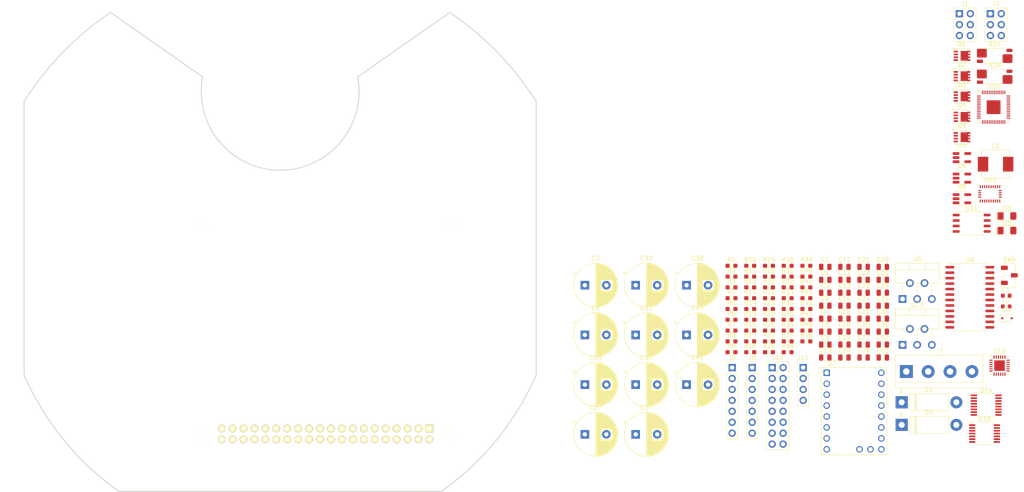
<source format=kicad_pcb>
(kicad_pcb
	(version 20240108)
	(generator "pcbnew")
	(generator_version "8.0")
	(general
		(thickness 1.6)
		(legacy_teardrops no)
	)
	(paper "A4")
	(layers
		(0 "F.Cu" signal)
		(31 "B.Cu" signal)
		(32 "B.Adhes" user "B.Adhesive")
		(33 "F.Adhes" user "F.Adhesive")
		(34 "B.Paste" user)
		(35 "F.Paste" user)
		(36 "B.SilkS" user "B.Silkscreen")
		(37 "F.SilkS" user "F.Silkscreen")
		(38 "B.Mask" user)
		(39 "F.Mask" user)
		(40 "Dwgs.User" user "User.Drawings")
		(41 "Cmts.User" user "User.Comments")
		(42 "Eco1.User" user "User.Eco1")
		(43 "Eco2.User" user "User.Eco2")
		(44 "Edge.Cuts" user)
		(45 "Margin" user)
		(46 "B.CrtYd" user "B.Courtyard")
		(47 "F.CrtYd" user "F.Courtyard")
		(48 "B.Fab" user)
		(49 "F.Fab" user)
		(50 "User.1" user)
		(51 "User.2" user)
		(52 "User.3" user)
		(53 "User.4" user)
		(54 "User.5" user)
		(55 "User.6" user)
		(56 "User.7" user)
		(57 "User.8" user)
		(58 "User.9" user)
	)
	(setup
		(pad_to_mask_clearance 0)
		(allow_soldermask_bridges_in_footprints no)
		(pcbplotparams
			(layerselection 0x00010fc_ffffffff)
			(plot_on_all_layers_selection 0x0000000_00000000)
			(disableapertmacros no)
			(usegerberextensions no)
			(usegerberattributes yes)
			(usegerberadvancedattributes yes)
			(creategerberjobfile yes)
			(dashed_line_dash_ratio 12.000000)
			(dashed_line_gap_ratio 3.000000)
			(svgprecision 4)
			(plotframeref no)
			(viasonmask no)
			(mode 1)
			(useauxorigin no)
			(hpglpennumber 1)
			(hpglpenspeed 20)
			(hpglpendiameter 15.000000)
			(pdf_front_fp_property_popups yes)
			(pdf_back_fp_property_popups yes)
			(dxfpolygonmode yes)
			(dxfimperialunits yes)
			(dxfusepcbnewfont yes)
			(psnegative no)
			(psa4output no)
			(plotreference yes)
			(plotvalue yes)
			(plotfptext yes)
			(plotinvisibletext no)
			(sketchpadsonfab no)
			(subtractmaskfromsilk no)
			(outputformat 1)
			(mirror no)
			(drillshape 1)
			(scaleselection 1)
			(outputdirectory "")
		)
	)
	(net 0 "")
	(net 1 "+5V")
	(net 2 "-BATT")
	(net 3 "Net-(M1-+)")
	(net 4 "VBUS")
	(net 5 "Net-(J5-Pin_2)")
	(net 6 "Net-(J8-Pin_2)")
	(net 7 "Net-(U12-CAP)")
	(net 8 "+3.3V")
	(net 9 "Net-(C11-Pad2)")
	(net 10 "Net-(U10-XIN)")
	(net 11 "Net-(U10-VREG_VOUT)")
	(net 12 "Net-(D1-K)")
	(net 13 "Net-(D2-K)")
	(net 14 "Bumper-F-R")
	(net 15 "US-Dist-Echo-Front")
	(net 16 "US-Dist-Trig-Front")
	(net 17 "Bumper-F-L")
	(net 18 "Bumper-B-R")
	(net 19 "US-Dist-Echo-Back")
	(net 20 "US-Dist-Trig-Back")
	(net 21 "Bumper-B-L")
	(net 22 "BottleDoor-UserButton-1")
	(net 23 "BottleDoor-Contact-1")
	(net 24 "BottleDoor-User-LED-1")
	(net 25 "BottleDoor-ServoPWM-1")
	(net 26 "Net-(J7-Pin_3)")
	(net 27 "Net-(J7-Pin_4)")
	(net 28 "Net-(J7-Pin_2)")
	(net 29 "Net-(J7-Pin_1)")
	(net 30 "BottleDoor-UserButton-2")
	(net 31 "BottleDoor-Contact-2")
	(net 32 "BottleDoor-User-LED-2")
	(net 33 "BottleDoor-ServoPWM-2")
	(net 34 "Net-(Q1-G)")
	(net 35 "Net-(Q2-D)")
	(net 36 "unconnected-(J10-Pin_9-Pad9)")
	(net 37 "Net-(U15-ACN)")
	(net 38 "unconnected-(J10-Pin_3-Pad3)")
	(net 39 "unconnected-(J10-Pin_8-Pad8)")
	(net 40 "unconnected-(J10-Pin_10-Pad10)")
	(net 41 "ChargeArm-PowerSwitch")
	(net 42 "unconnected-(U4-~{FLG}-Pad3)")
	(net 43 "unconnected-(U4-GND-Pad2)")
	(net 44 "unconnected-(U6-GND-Pad2)")
	(net 45 "BottleDoor-PowerSwitch-1")
	(net 46 "unconnected-(U6-~{FLG}-Pad3)")
	(net 47 "unconnected-(U8-GND-Pad2)")
	(net 48 "BottleDoor-PowerSwitch-2")
	(net 49 "unconnected-(U8-~{FLG}-Pad3)")
	(net 50 "unconnected-(U9-IO0_3-Pad7)")
	(net 51 "I2C-SCL")
	(net 52 "unconnected-(U9-IO1_0-Pad13)")
	(net 53 "Net-(U15-ACP)")
	(net 54 "unconnected-(U9-IO0_6-Pad10)")
	(net 55 "Net-(U1-GPIO22{slash}SDIO_CLK)")
	(net 56 "unconnected-(U9-IO0_7-Pad11)")
	(net 57 "Net-(U15-VCC)")
	(net 58 "I2C-SDA")
	(net 59 "Net-(Q3-D)")
	(net 60 "unconnected-(U10-GPIO22-Pad34)")
	(net 61 "Net-(U10-XOUT)")
	(net 62 "unconnected-(U10-GPIO18-Pad29)")
	(net 63 "unconnected-(U10-GPIO28_ADC2-Pad40)")
	(net 64 "Motor-SpreadChop")
	(net 65 "Net-(Q3-G)")
	(net 66 "unconnected-(U10-GPIO26_ADC0-Pad38)")
	(net 67 "Net-(U10-QSPI_SS)")
	(net 68 "unconnected-(U10-GPIO27_ADC1-Pad39)")
	(net 69 "Motor-EN")
	(net 70 "Net-(U10-USB_DM)")
	(net 71 "Net-(D4-A)")
	(net 72 "Motor-DIAG")
	(net 73 "unconnected-(U10-GPIO13-Pad16)")
	(net 74 "unconnected-(U10-GPIO17-Pad28)")
	(net 75 "unconnected-(U10-GPIO20-Pad31)")
	(net 76 "Net-(U10-QSPI_SD0)")
	(net 77 "unconnected-(U10-GPIO23-Pad35)")
	(net 78 "MotionC-RST")
	(net 79 "Net-(U10-QSPI_SD2)")
	(net 80 "Motor-1Wire-UART")
	(net 81 "unconnected-(U10-GPIO24-Pad36)")
	(net 82 "Net-(U10-QSPI_SD3)")
	(net 83 "Net-(U10-GPIO0)")
	(net 84 "Net-(U10-QSPI_SD1)")
	(net 85 "unconnected-(U10-GPIO19-Pad30)")
	(net 86 "Net-(U10-QSPI_SCLK)")
	(net 87 "Motor-Dir")
	(net 88 "Motor-IDX")
	(net 89 "Net-(U10-USB_DP)")
	(net 90 "unconnected-(U10-GPIO21-Pad32)")
	(net 91 "unconnected-(U10-SWCLK-Pad24)")
	(net 92 "Net-(D4-K)")
	(net 93 "unconnected-(U10-GPIO16-Pad27)")
	(net 94 "unconnected-(U10-SWD-Pad25)")
	(net 95 "Motor-Step")
	(net 96 "unconnected-(U10-GPIO29_ADC3-Pad41)")
	(net 97 "DrivePermission")
	(net 98 "Net-(Q5-D)")
	(net 99 "unconnected-(U12-PIN15-Pad15)")
	(net 100 "unconnected-(U12-PIN22-Pad22)")
	(net 101 "unconnected-(U12-PIN24-Pad24)")
	(net 102 "unconnected-(U12-BL_IND-Pad10)")
	(net 103 "unconnected-(U12-XIN32-Pad27)")
	(net 104 "Net-(U12-~{BOOT_LOAD_PIN})")
	(net 105 "unconnected-(U12-PIN23-Pad23)")
	(net 106 "Net-(U12-~{RESET})")
	(net 107 "unconnected-(U12-PIN12-Pad12)")
	(net 108 "unconnected-(U12-PIN7-Pad7)")
	(net 109 "unconnected-(U12-PIN1-Pad1)")
	(net 110 "unconnected-(U12-PIN13-Pad13)")
	(net 111 "IMU-INT")
	(net 112 "unconnected-(U12-PIN21-Pad21)")
	(net 113 "unconnected-(U12-PIN8-Pad8)")
	(net 114 "unconnected-(U12-XOUT32-Pad26)")
	(net 115 "unconnected-(U12-PIN16-Pad16)")
	(net 116 "Net-(U15-SRN)")
	(net 117 "PowerMonAlert")
	(net 118 "Net-(U15-SRP)")
	(net 119 "unconnected-(U14-NC-Pad13)")
	(net 120 "Net-(C37-Pad1)")
	(net 121 "Net-(C39-Pad2)")
	(net 122 "Net-(U15-TTC)")
	(net 123 "VCC")
	(net 124 "Net-(D3-A)")
	(net 125 "Net-(D5-A)")
	(net 126 "/DATA")
	(net 127 "unconnected-(J10-Pin_12-Pad12)")
	(net 128 "/RST")
	(net 129 "unconnected-(J10-Pin_11-Pad11)")
	(net 130 "/DC")
	(net 131 "unconnected-(J10-Pin_7-Pad7)")
	(net 132 "/CLK")
	(net 133 "unconnected-(J10-Pin_6-Pad6)")
	(net 134 "/CS")
	(net 135 "unconnected-(J10-Pin_13-Pad13)")
	(net 136 "USB_D-")
	(net 137 "USB_D+")
	(net 138 "unconnected-(J11-Pin_1-Pad1)")
	(net 139 "Net-(L3-Pad2)")
	(net 140 "+VDC")
	(net 141 "Net-(Q2-S-Pad1)")
	(net 142 "Net-(Q4-G)")
	(net 143 "Net-(Q5-G)")
	(net 144 "MotionC-BootOpt")
	(net 145 "Net-(U10-GPIO25)")
	(net 146 "Net-(U15-~{ACDRV})")
	(net 147 "Net-(U15-~{BATDRV})")
	(net 148 "ChargerStat1")
	(net 149 "ChargerStat2")
	(net 150 "ChargerStatPG")
	(net 151 "Net-(U15-ISET2)")
	(net 152 "Net-(U15-ISET1)")
	(net 153 "Net-(U15-ACSET)")
	(net 154 "Net-(R40-Pad2)")
	(net 155 "Net-(U15-TS)")
	(net 156 "I2C-SDA-MC")
	(net 157 "I2C-SCL-MC")
	(net 158 "Net-(U1-GPIO16{slash}SPI1_~{CE2})")
	(net 159 "Net-(SW6-A)")
	(net 160 "Net-(U14-VBUS)")
	(net 161 "unconnected-(U16-TEST-Pad7)")
	(net 162 "unconnected-(U16-TEST-Pad8)")
	(net 163 "unconnected-(U16-TEST-Pad10)")
	(net 164 "unconnected-(U16-TEST-Pad5)")
	(net 165 "unconnected-(U16-TEST-Pad6)")
	(net 166 "unconnected-(U16-TEST-Pad9)")
	(net 167 "unconnected-(U16-A1-Pad4)")
	(net 168 "unconnected-(U16-PWM-Pad14)")
	(net 169 "unconnected-(U16-A2-Pad3)")
	(net 170 "unconnected-(U1-SDA_I2C1{slash}GPIO02-Pad3)")
	(net 171 "unconnected-(U1-3V3-Pad1)")
	(net 172 "unconnected-(U1-~{CE1}_SPI0{slash}GPIO07-Pad26)")
	(net 173 "Net-(SW6-B)")
	(net 174 "unconnected-(U1-SCL_I2C1{slash}GPIO03-Pad5)")
	(net 175 "unconnected-(U1-GPIO15{slash}UART_RXD-Pad10)")
	(net 176 "ChargeArm-ServoPWM")
	(net 177 "unconnected-(U1-GPCLK2{slash}GPIO06-Pad31)")
	(net 178 "unconnected-(U1-MISO_SPI0{slash}GPIO09-Pad21)")
	(net 179 "unconnected-(U1-3V3-Pad1)_1")
	(net 180 "unconnected-(U7-PDN-Pad11)")
	(footprint "Package_TO_SOT_SMD:SOT-23-5_HandSoldering" (layer "F.Cu") (at 270.575 80.385))
	(footprint "Capacitor_SMD:C_0805_2012Metric" (layer "F.Cu") (at 238.835 105.25))
	(footprint "Resistor_SMD:R_0603_1608Metric_Pad0.98x0.95mm_HandSolder" (layer "F.Cu") (at 217.035 103.5))
	(footprint "Capacitor_SMD:C_0805_2012Metric" (layer "F.Cu") (at 243.285 108.26))
	(footprint "Inductor_SMD:L_0603_1608Metric" (layer "F.Cu") (at 280.875 105.43))
	(footprint "Diode_THT:D_5W_P12.70mm_Horizontal" (layer "F.Cu") (at 256.585 132.94))
	(footprint "Package_SO:SOIC-8_5.23x5.23mm_P1.27mm" (layer "F.Cu") (at 272.845 86.09))
	(footprint "Capacitor_THT:CP_Radial_D10.0mm_P5.00mm" (layer "F.Cu") (at 182.959646 100.49))
	(footprint "Connector_PinHeader_2.54mm:PinHeader_1x07_P2.54mm_Vertical" (layer "F.Cu") (at 217.185 119.63))
	(footprint "Resistor_SMD:R_0603_1608Metric_Pad0.98x0.95mm_HandSolder" (layer "F.Cu") (at 221.385 98.48))
	(footprint "Capacitor_THT:CP_Radial_D10.0mm_P5.00mm" (layer "F.Cu") (at 194.774292 100.49))
	(footprint "Package_TO_SOT_SMD:SOT-23-5_HandSoldering" (layer "F.Cu") (at 270.575 75.61))
	(footprint "Capacitor_SMD:C_0805_2012Metric" (layer "F.Cu") (at 238.835 114.28))
	(footprint "Resistor_SMD:R_0603_1608Metric_Pad0.98x0.95mm_HandSolder" (layer "F.Cu") (at 234.435 98.48))
	(footprint "Resistor_SMD:R_0603_1608Metric_Pad0.98x0.95mm_HandSolder" (layer "F.Cu") (at 221.385 108.52))
	(footprint "Capacitor_SMD:C_0805_2012Metric" (layer "F.Cu") (at 252.185 96.22))
	(footprint "Package_SO:Vishay_PowerPAK_1212-8_Single" (layer "F.Cu") (at 270.585 61.36))
	(footprint "Capacitor_SMD:C_0805_2012Metric" (layer "F.Cu") (at 238.835 117.29))
	(footprint "Package_DFN_QFN:VQFN-24-1EP_4x4mm_P0.5mm_EP2.45x2.45mm" (layer "F.Cu") (at 279.315 119.17))
	(footprint "Capacitor_SMD:C_0805_2012Metric" (layer "F.Cu") (at 238.835 108.26))
	(footprint "Inductor_SMD:L_0603_1608Metric" (layer "F.Cu") (at 280.875 102.92))
	(footprint "Package_TO_SOT_THT:TO-220-5_P3.4x3.7mm_StaggerOdd_Lead3.8mm_Vertical" (layer "F.Cu") (at 256.785 114.34))
	(footprint "Capacitor_SMD:C_0805_2012Metric"
		(layer "F.Cu")
		(uuid "34062b41-09cb-4587-a19a-fc1dac419fa6")
		(at 243.285 117.29)
		(descr "Capacitor SMD 0805 (2012 Metric), square (rectangular) end terminal, IPC_7351 nominal, (Body size source: IPC-SM-782 page 76, https://www.pcb-3d.com/wordpress/wp-content/uploads/ipc-sm-782a_amendment_1_and_2.pdf, https://docs.google.com/spreadsheets/d/1BsfQQcO9C6DZCsRaXUlFlo91Tg2WpOkGARC1WS5S8t0/edit?usp=sharing), generated with kicad-footprint-generator")
		(tags "capacitor")
		(property "Reference" "C20"
			(at 0 -1.68 0)
			(layer "F.SilkS")
			(uuid "506c7b81-b4dd-4d7f-b1e5-3390b51f4177")
			(effects
				(font
					(size 1 1)
					(thickness 0.15)
				)
			)
		)
		(property "Value" "100n"
			(at 0 1.68 0)
			(layer "F.Fab")
			(uuid "12c7da37-2ada-453e-9b50-ce82cd358457")
			(effects
				(font
					(size 1 1)
					(thickness 0.15)
				)
			)
		)
		(property "Footprint" "Capacitor_SMD:C_0805_2012Metric"
			(at 0 0 0)
			(unlocked yes)
			(layer "F.Fab")
			(hide yes)
			(uuid "0ee7f37e-087b-4d0e-a81c-f4e90d28d5f1")
			(effects
				(font
					(size 1.27 1.27)
					(thickness 0.15)
				)
			)
		)
		(property "Datasheet" ""
			(at 0 0 0)
			(unlocked yes)
			(layer "F.Fab")
			(hide yes)
			(uuid "f08e9a04-9a73-4370-8109-da75f79a7332")
			(effects
				(font
					(size 1.27 1.27)
					(thickness 0.15)
				)
			)
		)
		(property "Description" "Unpolarized capacitor"
			(at 0 0 0)
			(unlocked yes)
			(layer "F.Fab")
			(hide yes)
			(uuid "d99fe3df-5af9-4aa5-91c5-408ef8bfcef8")
			(effects
				(font
					(size 1.27 1.27)
					(thickness 0.15)
				)
			)
		)
		(property ki_fp_filters "C_*")
		(path "/9eed002d-e925-47b6-a751-b7a11f381c57")
		(sheetname "Stammblatt")
		(sheetfile "monorail.kicad_sch")
		(attr smd)
		(fp_line
			(start -0.261252 -0.735)
			(end 0.261252 -0.735)
			(stroke
				(width 0.12)
				(type solid)
			)
			(layer "F.SilkS")
			(uuid "703efd48-9893-4b97-8852-8d5aeb32acbe")
		)
		(fp_line
			(start -0.261252 0.735)
			(end 0.261252 0.735)
			(stroke
				(width 0.12)
				(type solid)
			)
			(layer "F.SilkS")
			(uuid "aed22548-3051-4037-a12d-e46f87cf2fe5")
		)
		(fp_line
			(start -1.7 -0.98)
			(end 1.7 -0.98)
			(stroke
				(width 0.05)
				(type solid)
			)
			(layer "F.CrtYd")
			(uuid "6567d694-7bc5-4be1-b617-d302cdfe47f6")
		)
		(fp_line
			(start -1.7 0.98)
			(end -1.7 -0.98)
			(stroke
				(width 0.05)
				(type solid)
			)
			(layer "F.CrtYd")
			(uuid "a66acfdd-189e-4794-a0c4-4dd0aec7b0c9")
		)
		(fp_line
			(start 1.7 -0.98)
			(end 1.7 0.98)
			(stroke
				(width 0.05)
				(type solid)
			)
			(layer "F.CrtYd")
			(uuid "d96b771f-e972-4bd2-a7cc-9eb2ef2cedb1")
		)
		(fp_line
			(start 1.7 0.98)
			(end -1.7 0.98)
			(stroke
				(width 0.05)
				(type solid)
			)
			(layer "F.CrtYd")
			(uuid "06cdcf77-c086-461f-968a-6f925e1f76bb")
		)
		(fp_line
			(start -1 -0.625)
			(end 1 -0.625)
			(stroke
				(width 0.1)
				(type solid)
			)
			(layer "F.Fab")
			(uuid "3f0cd800-8315-43e3-b17a-abe148656b01")
		)
		(fp_line
			(start -1 0.625)
			(end -1 -0.625)
			(stroke
				(width 0.1)
				(type solid)
			)
			(layer "F.Fab")
			(uuid "d948fe28-85e8-4718-a21b-59a6848f301a")
		)
		(fp_line
			(start 1 -0.625)
			(end 1 0.625)
			(stroke
				(width 0.1)
				(type solid)
			)
			(layer "F.Fab")
			(uuid "7590a136-da2d-4844-9f8f-e3e770ccf74b")
		)
		(fp_line
			(start 1 0.625)
			(end -1 0.625)
			(stroke
				(width 0.1)
				(type solid)
			)
			(layer "F.Fab")
			(uuid "539d941e-8d4e-4e43-b52b-cbbda87d62a8")
		)
		(fp_text user "${REFERENCE}"
			(at 0 0 0)
			(layer "F.Fab")
			(uuid "213fe5d6-8f06-4807-b677-7819c9635c1b")
			(effects
				(font
					(size 0.5 0.5)
					(thickness 0.08)
				)
			)
		)
		(pad "1" smd roundrect
			(at -0.95 0)
			(size 1 1.45)
			(layers "F.Cu" "F.Paste" "F.Mask")
			(roundrect_rratio 0.25)
			(net 8 "+3.3V")
			(pintype "passive")
			(uuid "b81346f0-a636-4433-aea3-1c1dfcdfca77")
		)
		(pad "2" smd roundrect
			(at 0.95 0)
			(size 1 1.45)
			(layers "F.Cu" "F.Paste" "F.Mask")
			(roundrect_rratio 0.25)
			(net 2 "-BATT")
			(pintype "passive")
			(uui
... [856900 chars truncated]
</source>
